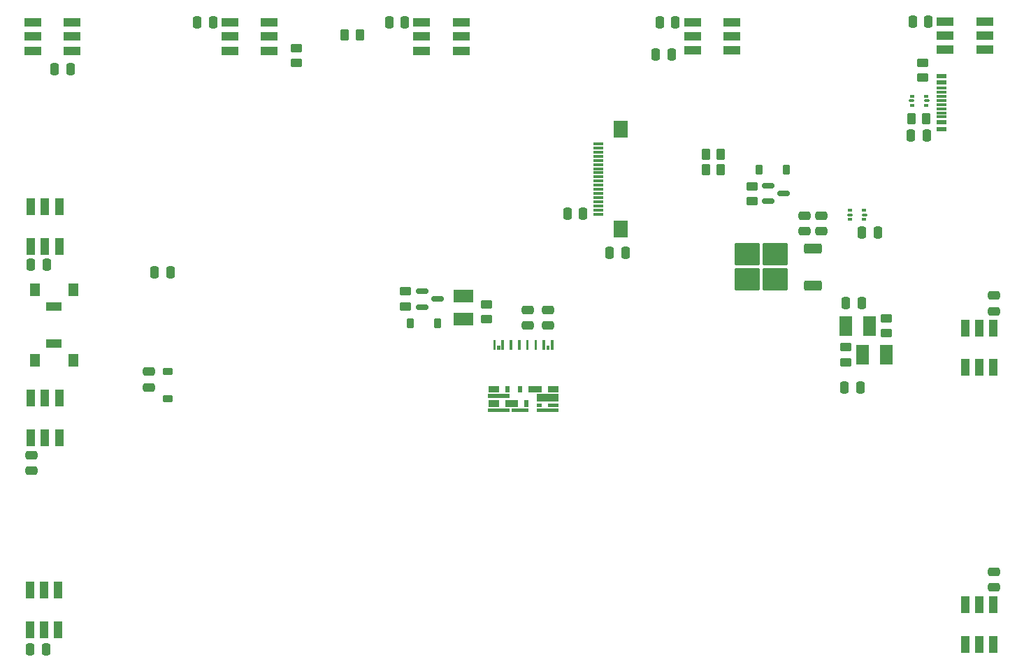
<source format=gbr>
%TF.GenerationSoftware,KiCad,Pcbnew,9.0.1*%
%TF.CreationDate,2025-10-25T18:58:24-04:00*%
%TF.ProjectId,Portal Box 5.1,506f7274-616c-4204-926f-7820352e312e,rev?*%
%TF.SameCoordinates,PX54c81a0PY7eef1e0*%
%TF.FileFunction,Paste,Top*%
%TF.FilePolarity,Positive*%
%FSLAX46Y46*%
G04 Gerber Fmt 4.6, Leading zero omitted, Abs format (unit mm)*
G04 Created by KiCad (PCBNEW 9.0.1) date 2025-10-25 18:58:24*
%MOMM*%
%LPD*%
G01*
G04 APERTURE LIST*
G04 Aperture macros list*
%AMRoundRect*
0 Rectangle with rounded corners*
0 $1 Rounding radius*
0 $2 $3 $4 $5 $6 $7 $8 $9 X,Y pos of 4 corners*
0 Add a 4 corners polygon primitive as box body*
4,1,4,$2,$3,$4,$5,$6,$7,$8,$9,$2,$3,0*
0 Add four circle primitives for the rounded corners*
1,1,$1+$1,$2,$3*
1,1,$1+$1,$4,$5*
1,1,$1+$1,$6,$7*
1,1,$1+$1,$8,$9*
0 Add four rect primitives between the rounded corners*
20,1,$1+$1,$2,$3,$4,$5,0*
20,1,$1+$1,$4,$5,$6,$7,0*
20,1,$1+$1,$6,$7,$8,$9,0*
20,1,$1+$1,$8,$9,$2,$3,0*%
G04 Aperture macros list end*
%ADD10C,0.000000*%
%ADD11R,1.150000X0.600000*%
%ADD12R,1.150000X0.300000*%
%ADD13RoundRect,0.150000X-0.587500X-0.150000X0.587500X-0.150000X0.587500X0.150000X-0.587500X0.150000X0*%
%ADD14RoundRect,0.250000X0.450000X-0.262500X0.450000X0.262500X-0.450000X0.262500X-0.450000X-0.262500X0*%
%ADD15R,2.400000X1.600000*%
%ADD16R,1.300000X1.500000*%
%ADD17R,1.900000X1.000000*%
%ADD18RoundRect,0.250000X0.850000X0.350000X-0.850000X0.350000X-0.850000X-0.350000X0.850000X-0.350000X0*%
%ADD19RoundRect,0.250000X1.275000X1.125000X-1.275000X1.125000X-1.275000X-1.125000X1.275000X-1.125000X0*%
%ADD20RoundRect,0.250000X0.475000X-0.250000X0.475000X0.250000X-0.475000X0.250000X-0.475000X-0.250000X0*%
%ADD21R,1.600000X2.400000*%
%ADD22RoundRect,0.250000X-0.250000X-0.475000X0.250000X-0.475000X0.250000X0.475000X-0.250000X0.475000X0*%
%ADD23RoundRect,0.250000X0.250000X0.475000X-0.250000X0.475000X-0.250000X-0.475000X0.250000X-0.475000X0*%
%ADD24R,2.000000X1.100000*%
%ADD25RoundRect,0.225000X-0.375000X0.225000X-0.375000X-0.225000X0.375000X-0.225000X0.375000X0.225000X0*%
%ADD26RoundRect,0.225000X-0.225000X-0.375000X0.225000X-0.375000X0.225000X0.375000X-0.225000X0.375000X0*%
%ADD27R,1.100000X2.000000*%
%ADD28RoundRect,0.250000X-0.450000X0.262500X-0.450000X-0.262500X0.450000X-0.262500X0.450000X0.262500X0*%
%ADD29RoundRect,0.093750X0.156250X0.093750X-0.156250X0.093750X-0.156250X-0.093750X0.156250X-0.093750X0*%
%ADD30RoundRect,0.075000X0.250000X0.075000X-0.250000X0.075000X-0.250000X-0.075000X0.250000X-0.075000X0*%
%ADD31RoundRect,0.250000X-0.262500X-0.450000X0.262500X-0.450000X0.262500X0.450000X-0.262500X0.450000X0*%
%ADD32RoundRect,0.250000X-0.475000X0.250000X-0.475000X-0.250000X0.475000X-0.250000X0.475000X0.250000X0*%
%ADD33RoundRect,0.250000X0.262500X0.450000X-0.262500X0.450000X-0.262500X-0.450000X0.262500X-0.450000X0*%
%ADD34RoundRect,0.093750X-0.156250X-0.093750X0.156250X-0.093750X0.156250X0.093750X-0.156250X0.093750X0*%
%ADD35RoundRect,0.075000X-0.250000X-0.075000X0.250000X-0.075000X0.250000X0.075000X-0.250000X0.075000X0*%
%ADD36R,1.300000X0.300000*%
%ADD37R,1.800000X2.000000*%
G04 APERTURE END LIST*
D10*
%TO.C,U3*%
G36*
X60070000Y32800550D02*
G01*
X57450000Y32800550D01*
X57450000Y33340450D01*
X60070000Y33340450D01*
X60070000Y32800550D01*
G37*
G36*
X60070000Y31139950D02*
G01*
X57450000Y31139950D01*
X57450000Y31540550D01*
X60070000Y31540550D01*
X60070000Y31139950D01*
G37*
G36*
X58728000Y33539950D02*
G01*
X57453000Y33539950D01*
X57453000Y34240550D01*
X58728000Y34240550D01*
X58728000Y33539950D01*
G37*
G36*
X58350000Y38689950D02*
G01*
X58050000Y38689950D01*
X58050000Y39889950D01*
X58350000Y39889950D01*
X58350000Y38689950D01*
G37*
G36*
X58900000Y38689950D02*
G01*
X58500000Y38689950D01*
X58500000Y39189950D01*
X58900000Y39189950D01*
X58900000Y38689950D01*
G37*
G36*
X58722700Y32662750D02*
G01*
X58697300Y32662750D01*
X58697300Y32688250D01*
X58722700Y32688250D01*
X58722700Y32662750D01*
G37*
G36*
X58728000Y31740550D02*
G01*
X57453000Y31740550D01*
X57453000Y32600550D01*
X58728000Y32600550D01*
X58728000Y31740550D01*
G37*
G36*
X59350000Y38689950D02*
G01*
X59050000Y38689950D01*
X59050000Y39889950D01*
X59350000Y39889950D01*
X59350000Y38689950D01*
G37*
G36*
X61025000Y31740550D02*
G01*
X59525000Y31740550D01*
X59525000Y32600550D01*
X61025000Y32600550D01*
X61025000Y31740550D01*
G37*
G36*
X60073000Y33539950D02*
G01*
X59528000Y33539950D01*
X59528000Y34239950D01*
X60073000Y34239950D01*
X60073000Y33539950D01*
G37*
G36*
X62328000Y31139950D02*
G01*
X60273000Y31139950D01*
X60273000Y31539950D01*
X62328000Y31540550D01*
X62328000Y31139950D01*
G37*
G36*
X60350000Y38649950D02*
G01*
X60050000Y38649950D01*
X60050000Y39849950D01*
X60350000Y39849950D01*
X60350000Y38649950D01*
G37*
G36*
X61528000Y34239950D02*
G01*
X61528000Y33539950D01*
X61073000Y33539950D01*
X61073000Y34240550D01*
X61528000Y34239950D01*
G37*
G36*
X61350000Y38649950D02*
G01*
X61050000Y38649950D01*
X61050000Y39849950D01*
X61350000Y39849950D01*
X61350000Y38649950D01*
G37*
G36*
X62325000Y31740550D02*
G01*
X61825000Y31740550D01*
X61825000Y32600550D01*
X62325000Y32600550D01*
X62325000Y31740550D01*
G37*
G36*
X62350000Y38649950D02*
G01*
X62050000Y38649950D01*
X62050000Y39849950D01*
X62350000Y39849950D01*
X62350000Y38649950D01*
G37*
G36*
X65950000Y32389950D02*
G01*
X63330000Y32389950D01*
X63330000Y33339950D01*
X65950000Y33339950D01*
X65950000Y32389950D01*
G37*
G36*
X63350000Y38649950D02*
G01*
X63050000Y38649950D01*
X63050000Y39849950D01*
X63350000Y39849950D01*
X63350000Y38649950D01*
G37*
G36*
X63925000Y33539950D02*
G01*
X62325000Y33539950D01*
X62325000Y34240550D01*
X63925000Y34240550D01*
X63925000Y33539950D01*
G37*
G36*
X63928000Y31740050D02*
G01*
X63333000Y31740550D01*
X63333000Y32189950D01*
X63928000Y32189950D01*
X63928000Y31740050D01*
G37*
G36*
X64350000Y38689950D02*
G01*
X64050000Y38689950D01*
X64050000Y39889950D01*
X64350000Y39889950D01*
X64350000Y38689950D01*
G37*
G36*
X64702700Y32662750D02*
G01*
X64677300Y32662750D01*
X64677300Y32688250D01*
X64702700Y32688250D01*
X64702700Y32662750D01*
G37*
G36*
X64900000Y38689950D02*
G01*
X64500000Y38689950D01*
X64500000Y39189950D01*
X64900000Y39189950D01*
X64900000Y38689950D01*
G37*
G36*
X65350000Y38689950D02*
G01*
X65050000Y38689950D01*
X65050000Y39889950D01*
X65350000Y39889950D01*
X65350000Y38689950D01*
G37*
G36*
X65950000Y31139950D02*
G01*
X63330000Y31139950D01*
X63330000Y31539950D01*
X65950000Y31540550D01*
X65950000Y31139950D01*
G37*
G36*
X65953000Y33539950D02*
G01*
X64728000Y33539950D01*
X64728000Y34240550D01*
X65953000Y34240550D01*
X65953000Y33539950D01*
G37*
G36*
X65953000Y31740050D02*
G01*
X64728000Y31740050D01*
X64728000Y32189950D01*
X65953000Y32189950D01*
X65953000Y31740050D01*
G37*
%TD*%
D11*
%TO.C,J2*%
X112357500Y65472500D03*
X112357500Y66272500D03*
D12*
X112357500Y67422500D03*
X112357500Y68422500D03*
X112357500Y68922500D03*
X112357500Y69922500D03*
D11*
X112362500Y71072500D03*
X112357500Y71872500D03*
X112357500Y71872500D03*
X112357500Y71072500D03*
D12*
X112357500Y70422500D03*
X112357500Y69422500D03*
X112357500Y67922500D03*
X112357500Y66922500D03*
D11*
X112362500Y66272500D03*
X112357500Y65472500D03*
%TD*%
D13*
%TO.C,Q1*%
X51350000Y44825000D03*
X49475000Y43875000D03*
X49475000Y45775000D03*
%TD*%
D14*
%TO.C,R3*%
X47450000Y45762500D03*
X47450000Y43937500D03*
%TD*%
D15*
%TO.C,D14*%
X54475000Y45225000D03*
X54475000Y42375000D03*
%TD*%
D14*
%TO.C,R8*%
X57250000Y44200000D03*
X57250000Y42375000D03*
%TD*%
D16*
%TO.C,SW1*%
X2575000Y46000000D03*
X7175000Y46000000D03*
X7175000Y37400000D03*
X2575000Y37400000D03*
D17*
X4825000Y39450000D03*
X4825000Y43950000D03*
%TD*%
D18*
%TO.C,U4*%
X96800000Y51000000D03*
X96800000Y46440000D03*
D19*
X88825000Y50245000D03*
X88825000Y47195000D03*
X92175000Y50245000D03*
X92175000Y47195000D03*
%TD*%
D20*
%TO.C,C12*%
X64725000Y43550000D03*
X64725000Y41650000D03*
%TD*%
%TO.C,C13*%
X62200000Y43550000D03*
X62200000Y41650000D03*
%TD*%
D21*
%TO.C,D13*%
X103625000Y41560000D03*
X100775000Y41560000D03*
%TD*%
D22*
%TO.C,C15*%
X1970000Y2400000D03*
X3870000Y2400000D03*
%TD*%
D23*
%TO.C,C19*%
X68950000Y55180000D03*
X67050000Y55180000D03*
%TD*%
D24*
%TO.C,D2*%
X30950000Y74957500D03*
X30950000Y76657500D03*
X30950000Y78357500D03*
X26150000Y78357500D03*
X26150000Y76657500D03*
X26150000Y74957500D03*
%TD*%
D25*
%TO.C,D16*%
X18650000Y36075000D03*
X18650000Y32775000D03*
%TD*%
D22*
%TO.C,C16*%
X17050000Y48100000D03*
X18950000Y48100000D03*
%TD*%
D26*
%TO.C,D6*%
X90250000Y60550000D03*
X93550000Y60550000D03*
%TD*%
D23*
%TO.C,C3*%
X104625000Y52875000D03*
X102725000Y52875000D03*
%TD*%
D27*
%TO.C,D10*%
X5467500Y32811666D03*
X3767500Y32811666D03*
X2067500Y32811666D03*
X2067500Y28011666D03*
X3767500Y28011666D03*
X5467500Y28011666D03*
%TD*%
D22*
%TO.C,C22*%
X77770000Y74460000D03*
X79670000Y74460000D03*
%TD*%
D28*
%TO.C,R2*%
X110100000Y73512500D03*
X110100000Y71687500D03*
%TD*%
D27*
%TO.C,D1*%
X115250000Y2975000D03*
X116950000Y2975000D03*
X118650000Y2975000D03*
X118650000Y7775000D03*
X116950000Y7775000D03*
X115250000Y7775000D03*
%TD*%
D29*
%TO.C,U2*%
X110500000Y68350000D03*
D30*
X110575000Y68887500D03*
D29*
X110500000Y69425000D03*
X108800000Y69425000D03*
D30*
X108725000Y68887500D03*
D29*
X108800000Y68350000D03*
%TD*%
D13*
%TO.C,Q2*%
X91375000Y58600000D03*
X91375000Y56700000D03*
X93250000Y57650000D03*
%TD*%
D22*
%TO.C,C9*%
X100620000Y34150000D03*
X102520000Y34150000D03*
%TD*%
D20*
%TO.C,C1*%
X118675000Y9900000D03*
X118675000Y11800000D03*
%TD*%
D23*
%TO.C,C7*%
X110780000Y78470000D03*
X108880000Y78470000D03*
%TD*%
D31*
%TO.C,R1*%
X108712500Y66675000D03*
X110537500Y66675000D03*
%TD*%
D32*
%TO.C,C23*%
X16325000Y36025000D03*
X16325000Y34125000D03*
%TD*%
D23*
%TO.C,C18*%
X74060000Y50460000D03*
X72160000Y50460000D03*
%TD*%
D20*
%TO.C,C20*%
X95750000Y53050000D03*
X95750000Y54950000D03*
%TD*%
D22*
%TO.C,C8*%
X2050000Y48975000D03*
X3950000Y48975000D03*
%TD*%
D20*
%TO.C,C5*%
X118725000Y43375000D03*
X118725000Y45275000D03*
%TD*%
D24*
%TO.C,D5*%
X7067500Y74957500D03*
X7067500Y76657500D03*
X7067500Y78357500D03*
X2267500Y78357500D03*
X2267500Y76657500D03*
X2267500Y74957500D03*
%TD*%
D33*
%TO.C,R11*%
X85612500Y62400000D03*
X83787500Y62400000D03*
%TD*%
D23*
%TO.C,C10*%
X80125000Y78400000D03*
X78225000Y78400000D03*
%TD*%
D34*
%TO.C,U1*%
X101300000Y55587500D03*
D35*
X101225000Y55050000D03*
D34*
X101300000Y54512500D03*
X103000000Y54512500D03*
D35*
X103075000Y55050000D03*
D34*
X103000000Y55587500D03*
%TD*%
D14*
%TO.C,R4*%
X89400000Y56687500D03*
X89400000Y58512500D03*
%TD*%
%TO.C,R5*%
X34210000Y73457500D03*
X34210000Y75282500D03*
%TD*%
D24*
%TO.C,D7*%
X117580000Y75077500D03*
X117580000Y76777500D03*
X117580000Y78477500D03*
X112780000Y78477500D03*
X112780000Y76777500D03*
X112780000Y75077500D03*
%TD*%
D33*
%TO.C,R10*%
X85612500Y60500000D03*
X83787500Y60500000D03*
%TD*%
D21*
%TO.C,D15*%
X102800000Y38075000D03*
X105650000Y38075000D03*
%TD*%
D27*
%TO.C,D12*%
X5342500Y9573333D03*
X3642500Y9573333D03*
X1942500Y9573333D03*
X1942500Y4773333D03*
X3642500Y4773333D03*
X5342500Y4773333D03*
%TD*%
D22*
%TO.C,C17*%
X100775000Y44375000D03*
X102675000Y44375000D03*
%TD*%
D20*
%TO.C,C21*%
X97790000Y53045000D03*
X97790000Y54945000D03*
%TD*%
D24*
%TO.C,D11*%
X54200000Y74957500D03*
X54200000Y76657500D03*
X54200000Y78357500D03*
X49400000Y78357500D03*
X49400000Y76657500D03*
X49400000Y74957500D03*
%TD*%
D36*
%TO.C,J4*%
X70750000Y55150000D03*
X70750000Y55650000D03*
X70750000Y56150000D03*
X70750000Y56650000D03*
X70750000Y57150000D03*
X70750000Y57650000D03*
X70750000Y58150000D03*
X70750000Y58650000D03*
X70750000Y59150000D03*
X70750000Y59650000D03*
X70750000Y60150000D03*
X70750000Y60650000D03*
X70750000Y61150000D03*
X70750000Y61650000D03*
X70750000Y62150000D03*
X70750000Y62650000D03*
X70750000Y63150000D03*
X70750000Y63650000D03*
D37*
X73500000Y53350000D03*
X73500000Y65450000D03*
%TD*%
D23*
%TO.C,C2*%
X24100000Y78350000D03*
X22200000Y78350000D03*
%TD*%
%TO.C,C4*%
X110575000Y64675000D03*
X108675000Y64675000D03*
%TD*%
D14*
%TO.C,R7*%
X105675000Y40697500D03*
X105675000Y42522500D03*
%TD*%
%TO.C,R9*%
X100725000Y37187500D03*
X100725000Y39012500D03*
%TD*%
D23*
%TO.C,C14*%
X47350000Y78350000D03*
X45450000Y78350000D03*
%TD*%
D22*
%TO.C,C6*%
X4925000Y72725000D03*
X6825000Y72725000D03*
%TD*%
D27*
%TO.C,D4*%
X115250000Y36525000D03*
X116950000Y36525000D03*
X118650000Y36525000D03*
X118650000Y41325000D03*
X116950000Y41325000D03*
X115250000Y41325000D03*
%TD*%
D32*
%TO.C,C11*%
X2080000Y25910000D03*
X2080000Y24010000D03*
%TD*%
D24*
%TO.C,D9*%
X87000000Y75007500D03*
X87000000Y76707500D03*
X87000000Y78407500D03*
X82200000Y78407500D03*
X82200000Y76707500D03*
X82200000Y75007500D03*
%TD*%
D31*
%TO.C,R6*%
X40087500Y76900000D03*
X41912500Y76900000D03*
%TD*%
D27*
%TO.C,D8*%
X5467500Y56050000D03*
X3767500Y56050000D03*
X2067500Y56050000D03*
X2067500Y51250000D03*
X3767500Y51250000D03*
X5467500Y51250000D03*
%TD*%
D26*
%TO.C,D3*%
X51350000Y41900000D03*
X48050000Y41900000D03*
%TD*%
M02*

</source>
